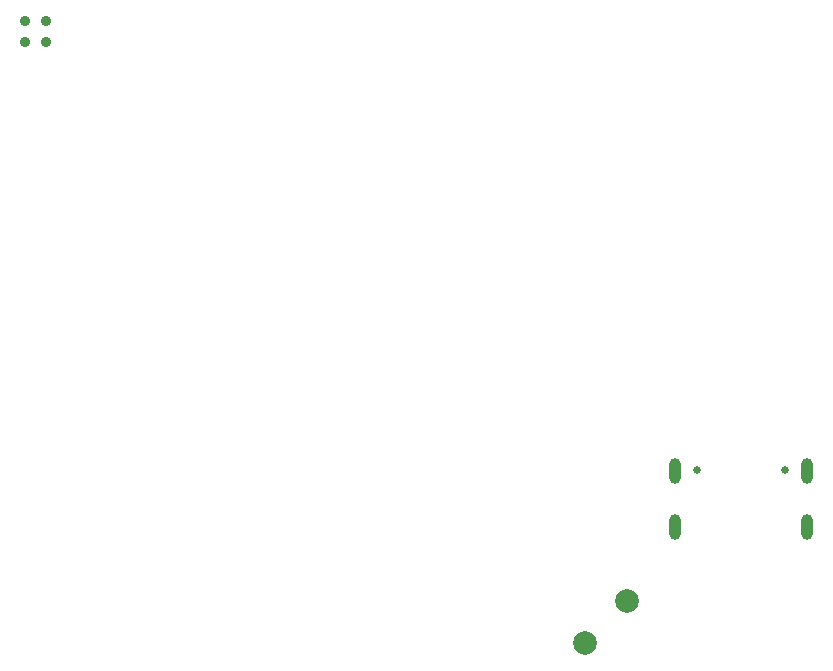
<source format=gbr>
%TF.GenerationSoftware,KiCad,Pcbnew,(7.0.0)*%
%TF.CreationDate,2023-03-08T22:11:07-06:00*%
%TF.ProjectId,LED Fan Blade,4c454420-4661-46e2-9042-6c6164652e6b,rev?*%
%TF.SameCoordinates,Original*%
%TF.FileFunction,Soldermask,Bot*%
%TF.FilePolarity,Negative*%
%FSLAX46Y46*%
G04 Gerber Fmt 4.6, Leading zero omitted, Abs format (unit mm)*
G04 Created by KiCad (PCBNEW (7.0.0)) date 2023-03-08 22:11:07*
%MOMM*%
%LPD*%
G01*
G04 APERTURE LIST*
G04 Aperture macros list*
%AMRoundRect*
0 Rectangle with rounded corners*
0 $1 Rounding radius*
0 $2 $3 $4 $5 $6 $7 $8 $9 X,Y pos of 4 corners*
0 Add a 4 corners polygon primitive as box body*
4,1,4,$2,$3,$4,$5,$6,$7,$8,$9,$2,$3,0*
0 Add four circle primitives for the rounded corners*
1,1,$1+$1,$2,$3*
1,1,$1+$1,$4,$5*
1,1,$1+$1,$6,$7*
1,1,$1+$1,$8,$9*
0 Add four rect primitives between the rounded corners*
20,1,$1+$1,$2,$3,$4,$5,0*
20,1,$1+$1,$4,$5,$6,$7,0*
20,1,$1+$1,$6,$7,$8,$9,0*
20,1,$1+$1,$8,$9,$2,$3,0*%
G04 Aperture macros list end*
%ADD10C,0.900000*%
%ADD11C,2.000000*%
%ADD12C,0.670000*%
%ADD13RoundRect,0.500000X0.000000X-0.600000X0.000000X-0.600000X0.000000X0.600000X0.000000X0.600000X0*%
G04 APERTURE END LIST*
D10*
%TO.C,LED-Driver1*%
X115184000Y-76870000D03*
X113384000Y-76870000D03*
X115184000Y-78670000D03*
X113384000Y-78670000D03*
%TD*%
D11*
%TO.C,J1*%
X160782000Y-129540000D03*
X164317534Y-126004466D03*
%TD*%
D12*
%TO.C,USB-C1*%
X170256000Y-114909000D03*
X177756000Y-114909000D03*
D13*
X168426000Y-114994000D03*
X168426000Y-119664000D03*
X179586000Y-114994000D03*
X179586000Y-119674000D03*
%TD*%
M02*

</source>
